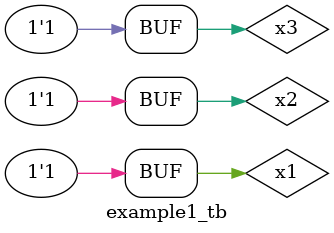
<source format=v>
`timescale 1ns/1ns
`include "example1.v"
module example1_tb();
    reg x1, x2, x3;
    //Input
    wire f;
    //Output
    example1 ex1(x1, x2, x3, f); //Instantiation of the module
    initial begin
        $dumpfile("example1_tb.vcd");
        $dumpvars(0, example1_tb);
        x1=1'b0; x2=1'b0; x3=1'b0;
        #20;
        x1=1'b0; x2=1'b0; x3=1'b1;
        #20;
        x1=1'b0; x2=1'b1; x3=1'b0;
        #20;
        x1=1'b0; x2=1'b1; x3=1'b1;
        #20;
        x1=1'b1; x2=1'b0; x3=1'b0;
        #20;
        x1=1'b1; x2=1'b0; x3=1'b1;
        #20;
        x1=1'b1; x2=1'b1; x3=1'b0;
        #20;
        x1=1'b1; x2=1'b1; x3=1'b1;
        #20;
        $display("Test complete");
    end
endmodule
</source>
